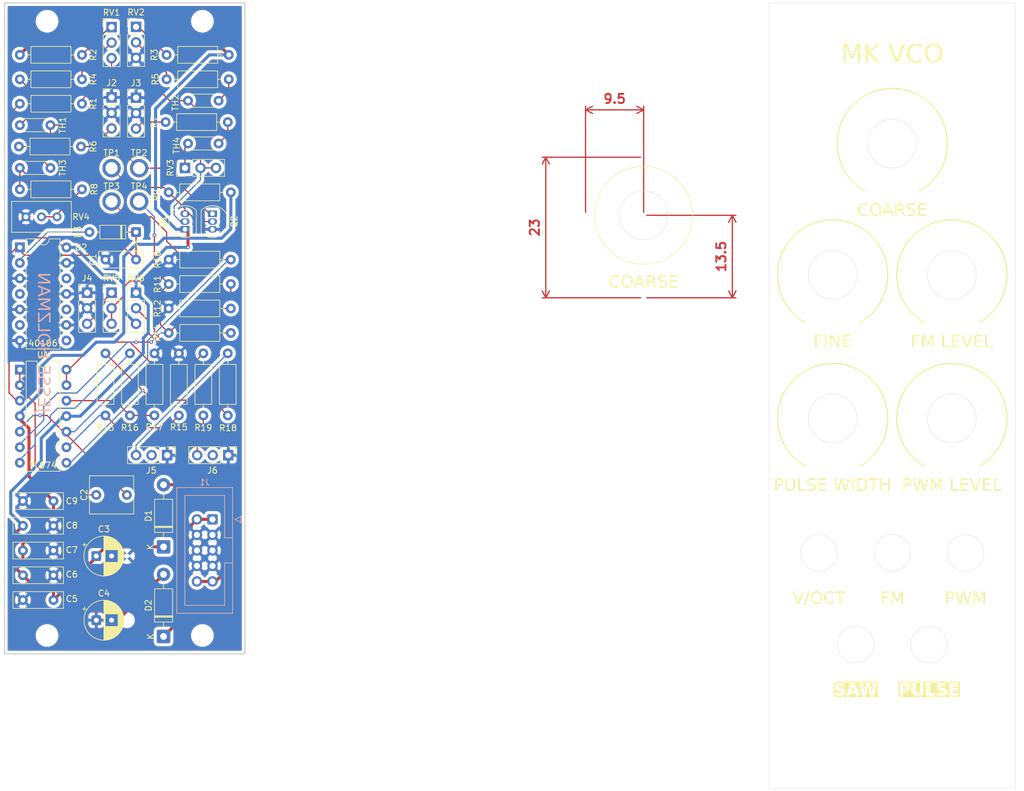
<source format=kicad_pcb>
(kicad_pcb (version 20241229) (generator "pcbnew") (generator_version "9.0")
  (layers (0 "F.Cu" signal) (2 "B.Cu" signal) (13 "F.Paste" user) (15 "B.Paste" user) (5 "F.SilkS" user "F.Silkscreen") (7 "B.SilkS" user "B.Silkscreen") (1 "F.Mask" user) (3 "B.Mask" user) (25 "Edge.Cuts" user))
  (net 0 "")
  (net 1 "GND")
  (net 2 "Net-(D3-K)")
  (net 3 "Net-(U1A--)")
  (net 4 "Net-(U1B-+)")
  (net 5 "+12V")
  (net 6 "-12V")
  (net 7 "Net-(D1-A)")
  (net 8 "Net-(D2-K)")
  (net 9 "Net-(D3-A)")
  (net 10 "Net-(J2-PadT)")
  (net 11 "Net-(J4-PadT)")
  (net 13 "Net-(J5-PadT)")
  (net 14 "Net-(J6-PadT)")
  (net 16 "Net-(Q1-B)")
  (net 17 "Net-(Q1-E)")
  (net 18 "Net-(R1-Pad2)")
  (net 19 "Net-(R2-Pad1)")
  (net 20 "Net-(R3-Pad1)")
  (net 21 "Net-(R4-Pad2)")
  (net 22 "Net-(R4-Pad1)")
  (net 23 "Net-(R5-Pad2)")
  (net 24 "Net-(R5-Pad1)")
  (net 25 "Net-(R6-Pad1)")
  (net 26 "Net-(R7-Pad1)")
  (net 27 "Net-(R8-Pad2)")
  (net 28 "Net-(R11-Pad2)")
  (net 29 "Net-(U1B--)")
  (net 30 "Net-(R13-Pad1)")
  (net 31 "Net-(U1C--)")
  (net 32 "Net-(R14-Pad2)")
  (net 33 "Net-(U1D-+)")
  (net 34 "Net-(R16-Pad2)")
  (net 35 "Net-(U1D--)")
  (net 36 "Net-(RV3-Pad1)")
  (net 42 "Net-(J3-PadT)")
  (footprint "JesseCustom:R_Axial_DIN0207_L6.3mm_D2.5mm_P10.16mm_Horizontal_VALUEINSIDE" (layer "F.Cu") (at 51.84 56)
    (property "Reference" "R9")
    (property "Value" "1M")
  )
  (footprint "JesseCustom:C_Disc_D4.3mm_W1.9mm_P5.00mm_VALUEINSIDE" (layer "F.Cu") (at 32.5 45 180)
    (property "Reference" "TH1")
    (property "Value" "10k")
  )
  (footprint "MountingHole:MountingHole_3.2mm_M3" (layer "F.Cu") (at 31.95 28)
    (property "Reference" "REF**" (hide yes))
    (property "Value" "MountingHole_3.2mm_M3" (hide yes))
  )
  (footprint "JesseCustom:R_Axial_DIN0207_L6.3mm_D2.5mm_P10.16mm_Horizontal_VALUEINSIDE" (layer "F.Cu") (at 37.66 33.5 180)
    (property "Reference" "R2")
    (property "Value" "33k")
  )
  (footprint "Capacitor_THT:C_Rect_L7.0mm_W6.0mm_P5.00mm" (layer "F.Cu") (at 40 105.5)
    (property "Reference" "C2")
    (property "Value" "1uF")
  )
  (footprint "Capacitor_THT:C_Disc_D8.0mm_W2.5mm_P5.00mm" (layer "F.Cu") (at 33 106.5 180)
    (property "Reference" "C9")
    (property "Value" "0.1uF_0603_16V")
  )
  (footprint "JesseCustom:PinHeader_1x03_P2.54mm_Vertical_AudioJack" (layer "F.Cu") (at 38.5 72.42)
    (property "Reference" "J4")
    (property "Value" "PWM CV")
  )
  (footprint "Potentiometer_THT:Potentiometer_Bourns_3296W_Vertical" (layer "F.Cu") (at 33.58 60)
    (property "Reference" "RV4")
    (property "Value" "1k")
  )
  (footprint "JesseCustom:C_Disc_D4.3mm_W1.9mm_P5.00mm_VALUEINSIDE" (layer "F.Cu") (at 27.5 52)
    (property "Reference" "TH3")
    (property "Value" "10k")
  )
  (footprint "JesseCustom:R_Axial_DIN0207_L6.3mm_D2.5mm_P10.16mm_Horizontal_VALUEINSIDE" (layer "F.Cu") (at 45.5 92.5 90)
    (property "Reference" "R16")
    (property "Value" "100k")
  )
  (footprint "JesseCustom:R_Axial_DIN0207_L6.3mm_D2.5mm_P10.16mm_Horizontal_VALUEINSIDE" (layer "F.Cu") (at 61.5 44.5 180)
    (property "Reference" "R7")
    (property "Value" "100k")
  )
  (footprint "Package_TO_SOT_THT:TO-92_Inline" (layer "F.Cu") (at 59 59.5 -90)
    (property "Reference" "Q2")
    (property "Value" "BC548")
  )
  (footprint "Capacitor_THT:C_Rect_L7.0mm_W2.5mm_P5.00mm" (layer "F.Cu") (at 46.5 67 180)
    (property "Reference" "C1")
    (property "Value" "2.2nF")
  )
  (footprint "MountingHole:MountingHole_3.2mm_M3" (layer "F.Cu") (at 57.35 28)
    (property "Reference" "REF**" (hide yes))
    (property "Value" "MountingHole_3.2mm_M3" (hide yes))
  )
  (footprint "TestPoint:TestPoint_Plated_Hole_D2.0mm" (layer "F.Cu") (at 47 52.04)
    (property "Reference" "TP2")
    (property "Value" "TestPoint" (hide yes))
  )
  (footprint "Capacitor_THT:C_Disc_D8.0mm_W2.5mm_P5.00mm" (layer "F.Cu") (at 33 114.6 180)
    (property "Reference" "C7")
    (property "Value" "0.1uF_0603_16V")
  )
  (footprint "JesseCustom:R_Axial_DIN0207_L6.3mm_D2.5mm_P10.16mm_Horizontal_VALUEINSIDE" (layer "F.Cu") (at 51.84 71)
    (property "Reference" "R11")
    (property "Value" "68K")
  )
  (footprint "Capacitor_THT:CP_Radial_D6.3mm_P2.50mm" (layer "F.Cu") (at 40 115.5)
    (property "Reference" "C3")
    (property "Value" "47uF_5x5.3_16V")
  )
  (footprint "JesseCustom:R_Axial_DIN0207_L6.3mm_D2.5mm_P10.16mm_Horizontal_VALUEINSIDE" (layer "F.Cu") (at 51.84 79)
    (property "Reference" "R14")
    (property "Value" "100k")
  )
  (footprint "MountingHole:MountingHole_3.2mm_M3" (layer "F.Cu") (at 182.85 139.5)
    (property "Reference" "REF**" (hide yes))
    (property "Value" "MountingHole_3.2mm_M3" (hide yes))
  )
  (footprint "Connector_PinHeader_2.54mm:PinHeader_1x03_P2.54mm_Vertical" (layer "F.Cu") (at 42.5 72.42)
    (property "Reference" "RV5")
    (property "Value" "B250K")
  )
  (footprint "TestPoint:TestPoint_Plated_Hole_D2.0mm" (layer "F.Cu") (at 47 57.5)
    (property "Reference" "TP4")
    (property "Value" "TestPoint" (hide yes))
  )
  (footprint "JesseCustom:PinHeader_1x03_P2.54mm_Vertical_AudioJack" (layer "F.Cu") (at 61.58 99 -90)
    (property "Reference" "J6")
    (property "Value" "PULSE OUT")
  )
  (footprint "JesseCustom:R_Axial_DIN0207_L6.3mm_D2.5mm_P10.16mm_Horizontal_VALUEINSIDE" (layer "F.Cu") (at 41.5 82.34 -90)
    (property "Reference" "R13")
    (property "Value" "100k")
  )
  (footprint "MountingHole:MountingHole_3.2mm_M3" (layer "F.Cu") (at 182.85 150.5)
    (property "Reference" "REF**" (hide yes))
    (property "Value" "MountingHole_3.2mm_M3" (hide yes))
  )
  (footprint "JesseCustom:PinHeader_1x03_P2.54mm_Vertical_AudioJack" (layer "F.Cu") (at 42.5 40.46)
    (property "Reference" "J2")
    (property "Value" "1V/OCT")
  )
  (footprint "MountingHole:MountingHole_3.2mm_M3" (layer "F.Cu") (at 57.35 128.5)
    (property "Reference" "REF**" (hide yes))
    (property "Value" "MountingHole_3.2mm_M3" (hide yes))
  )
  (footprint "JesseCustom:R_Axial_DIN0207_L6.3mm_D2.5mm_P10.16mm_Horizontal_VALUEINSIDE" (layer "F.Cu") (at 49.5 82.34 -90)
    (property "Reference" "R17")
    (property "Value" "68k")
  )
  (footprint "PCM_4ms_Package_DIP:DIP-14_W7.62mm" (layer "F.Cu") (at 27.5 85.05)
    (property "Reference" "U1")
    (property "Value" "TL074")
  )
  (footprint "Connector_PinHeader_2.54mm:PinHeader_1x03_P2.54mm_Vertical" (layer "F.Cu") (at 46.5 72.42)
    (property "Reference" "RV6")
    (property "Value" "B100K")
  )
  (footprint "Diode_THT:D_DO-35_SOD27_P7.62mm_Horizontal" (layer "F.Cu") (at 46.5 62.5 180)
    (property "Reference" "D3")
    (property "Value" "1N4148")
  )
  (footprint "JesseCustom:R_Axial_DIN0207_L6.3mm_D2.5mm_P10.16mm_Horizontal_VALUEINSIDE" (layer "F.Cu") (at 51.5 33.5)
    (property "Reference" "R3")
    (property "Value" "100k")
  )
  (footprint "JesseCustom:R_Axial_DIN0207_L6.3mm_D2.5mm_P10.16mm_Horizontal_VALUEINSIDE" (layer "F.Cu") (at 53.5 82.34 -90)
    (property "Reference" "R15")
    (property "Value" "47K")
  )
  (footprint "JesseCustom:C_Disc_D4.3mm_W1.9mm_P5.00mm_VALUEINSIDE" (layer "F.Cu") (at 55 48)
    (property "Reference" "TH4")
    (property "Value" "10k")
  )
  (footprint "TestPoint:TestPoint_Plated_Hole_D2.0mm" (layer "F.Cu") (at 42.5 57.5)
    (property "Reference" "TP3")
    (property "Value" "TestPoint" (hide yes))
  )
  (footprint "Connector_PinHeader_2.54mm:PinHeader_1x03_P2.54mm_Vertical" (layer "F.Cu") (at 54.5 52 90)
    (property "Reference" "RV3")
    (property "Value" "B1M")
  )
  (footprint "Package_TO_SOT_THT:TO-92_Inline" (layer "F.Cu") (at 54.5 62.04 90)
    (property "Reference" "Q1")
    (property "Value" "BC558")
  )
  (footprint "JesseCustom:R_Axial_DIN0207_L6.3mm_D2.5mm_P10.16mm_Horizontal_VALUEINSIDE" (layer "F.Cu") (at 27.34 48.5)
    (property "Reference" "R6")
    (property "Value" "100k")
  )
  (footprint "Diode_THT:D_DO-41_SOD81_P10.16mm_Horizontal" (layer "F.Cu") (at 51 128.66 90)
    (property "Reference" "D2")
    (property "Value" "1N5819")
  )
  (footprint "TestPoint:TestPoint_Plated_Hole_D2.0mm" (layer "F.Cu") (at 42.5 52.04)
    (property "Reference" "TP1")
    (property "Value" "TestPoint" (hide yes))
  )
  (footprint "Capacitor_THT:C_Disc_D8.0mm_W2.5mm_P5.00mm" (layer "F.Cu") (at 33 110.55 180)
    (property "Reference" "C8")
    (property "Value" "0.1uF_0603_16V")
  )
  (footprint "Capacitor_THT:CP_Radial_D6.3mm_P2.50mm" (layer "F.Cu") (at 40 126)
    (property "Reference" "C4")
    (property "Value" "47uF_5x5.3_16V")
  )
  (footprint "JesseCustom:R_Axial_DIN0207_L6.3mm_D2.5mm_P10.16mm_Horizontal_VALUEINSIDE" (layer "F.Cu") (at 27.5 41.5)
    (property "Reference" "R1")
    (property "Value" "100k")
  )
  (footprint "JesseCustom:C_Disc_D4.3mm_W1.9mm_P5.00mm_VALUEINSIDE" (layer "F.Cu") (at 55 41)
    (property "Reference" "TH2")
    (property "Value" "10k")
  )
  (footprint "Connector_PinHeader_2.54mm:PinHeader_1x03_P2.54mm_Vertical" (layer "F.Cu") (at 42.5 28.96)
    (property "Reference" "RV1")
    (property "Value" "B100K")
  )
  (footprint "JesseCustom:PinHeader_1x03_P2.54mm_Vertical_AudioJack" (layer "F.Cu") (at 46.5 40.5)
    (property "Reference" "J3")
    (property "Value" "FM CV")
  )
  (footprint "JesseCustom:R_Axial_DIN0207_L6.3mm_D2.5mm_P10.16mm_Horizontal_VALUEINSIDE" (layer "F.Cu") (at 61.66 37.5 180)
    (property "Reference" "R5")
    (property "Value" "1M")
  )
  (footprint "MountingHole:MountingHole_3.2mm_M3" (layer "F.Cu") (at 157.45 150.5)
    (property "Reference" "REF**" (hide yes))
    (property "Value" "MountingHole_3.2mm_M3" (hide yes))
  )
  (footprint "Capacitor_THT:C_Disc_D8.0mm_W2.5mm_P5.00mm" (layer "F.Cu") (at 33 118.65 180)
    (property "Reference" "C6")
    (property "Value" "0.1uF_0603_16V")
  )
  (footprint "JesseCustom:R_Axial_DIN0207_L6.3mm_D2.5mm_P10.16mm_Horizontal_VALUEINSIDE" (layer "F.Cu") (at 51.84 67)
    (property "Reference" "R10")
    (property "Value" "100k")
  )
  (footprint "JesseCustom:PinHeader_1x03_P2.54mm_Vertical_AudioJack" (layer "F.Cu") (at 51.58 99 -90)
    (property "Reference" "J5")
    (property "Value" "SAW OUT")
  )
  (footprint "MountingHole:MountingHole_3.2mm_M3" (layer "F.Cu") (at 31.95 128.5)
    (property "Reference" "REF**" (hide yes))
    (property "Value" "MountingHole_3.2mm_M3" (hide yes))
  )
  (footprint "MountingHole:MountingHole_3.2mm_M3" (layer "F.Cu") (at 157.45 28)
    (property "Reference" "REF**" (hide yes))
    (property "Value" "MountingHole_3.2mm_M3" (hide yes))
  )
  (footprint "JesseCustom:R_Axial_DIN0207_L6.3mm_D2.5mm_P10.16mm_Horizontal_VALUEINSIDE" (layer "F.Cu") (at 51.84 75)
    (property "Reference" "R12")
    (property "Value" "14k")
  )
  (footprint "MountingHole:MountingHole_3.2mm_M3" (layer "F.Cu") (at 157.45 139.5)
    (property "Reference" "REF**" (hide yes))
    (property "Value" "MountingHole_3.2mm_M3" (hide yes))
  )
  (footprint "JesseCustom:R_Axial_DIN0207_L6.3mm_D2.5mm_P10.16mm_Horizontal_VALUEINSIDE" (layer "F.Cu") (at 27.5 37.5)
    (property "Reference" "R4")
    (property "Value" "100k")
  )
  (footprint "MountingHole:MountingHole_3.2mm_M3" (layer "F.Cu") (at 157.45 39)
    (property "Reference" "REF**" (hide yes))
    (property "Value" "MountingHole_3.2mm_M3" (hide yes))
  )
  (footprint "JesseCustom:R_Axial_DIN0207_L6.3mm_D2.5mm_P10.16mm_Horizontal_VALUEINSIDE" (layer "F.Cu") (at 57.5 92.5 90)
    (property "Reference" "R19")
    (property "Value" "1k")
  )
  (footprint "Capacitor_THT:C_Disc_D8.0mm_W2.5mm_P5.00mm" (layer "F.Cu") (at 33 122.7 180)
    (property "Reference" "C5")
    (property "Value" "0.1uF_0603_16V")
  )
  (footprint "Diode_THT:D_DO-41_SOD81_P10.16mm_Horizontal" (layer "F.Cu") (at 51 114 90)
    (property "Reference" "D1")
    (property "Value" "1N5819")
  )
  (footprint "PCM_4ms_Package_DIP:DIP-14_W7.62mm" (layer "F.Cu") (at 27.5 65.05)
    (property "Reference" "U2")
    (property "Value" "40106")
  )
  (footprint "JesseCustom:R_Axial_DIN0207_L6.3mm_D2.5mm_P10.16mm_Horizontal_VALUEINSIDE" (layer "F.Cu") (at 61.5 82.34 -90)
    (property "Reference" "R18")
    (property "Value" "1k")
  )
  (footprint "MountingHole:MountingHole_3.2mm_M3" (layer "F.Cu") (at 182.85 28)
    (property "Reference" "REF**" (hide yes))
    (property "Value" "MountingHole_3.2mm_M3" (hide yes))
  )
  (footprint "Connector_PinHeader_2.54mm:PinHeader_1x03_P2.54mm_Vertical" (layer "F.Cu") (at 46.5 28.92)
    (property "Reference" "RV2")
    (property "Value" "B100K")
  )
  (footprint "MountingHole:MountingHole_3.2mm_M3" (layer "F.Cu") (at 182.85 39)
    (property "Reference" "REF**" (hide yes))
    (property "Value" "MountingHole_3.2mm_M3" (hide yes))
  )
  (footprint "JesseCustom:R_Axial_DIN0207_L6.3mm_D2.5mm_P10.16mm_Horizontal_VALUEINSIDE" (layer "F.Cu") (at 27.5 55.5)
    (property "Reference" "R8")
    (property "Value" "1k5")
  )
  (footprint "Connector_IDC:IDC-Header_2x05_P2.54mm_Vertical" (layer "B.Cu") (at 59 109.5 180)
    (property "Reference" "J1")
    (property "Value" "Conn_02x05_Odd_Even" (hide yes))
  )
  (gr_arc (start 175.4 77.29422) (mid 179.899996 60.500007) (end 184.400006 77.294216) (stroke (width 0.2)) (layer "F.SilkS"))
  (gr_arc (start 175.4 100.79422) (mid 179.899996 84.000007) (end 184.400006 100.794216) (stroke (width 0.2)) (layer "F.SilkS"))
  (gr_arc (start 165.65 55.79422) (mid 170.149996 39.000007) (end 174.650006 55.794216) (stroke (width 0.2)) (layer "F.SilkS"))
  (gr_arc (start 155.9 100.79422) (mid 160.399996 84.000007) (end 164.900006 100.794216) (stroke (width 0.2)) (layer "F.SilkS"))
  (gr_circle (center 129.5 59.75) (end 137.5 59.75) (stroke (width 0.1)) (fill no) (layer "F.SilkS"))
  (gr_arc (start 155.9 77.29422) (mid 160.399996 60.500007) (end 164.900006 77.294216) (stroke (width 0.2)) (layer "F.SilkS"))
  (gr_circle (center 170.15 48) (end 174.15 48) (stroke (width 0.05)) (fill no) (layer "Edge.Cuts"))
  (gr_circle (center 129.5 59.75) (end 133.5 59.75) (stroke (width 0.05)) (fill no) (layer "Edge.Cuts"))
  (gr_circle (center 164.163167 130) (end 167.163167 130) (stroke (width 0.05)) (fill no) (layer "Edge.Cuts"))
  (gr_circle (center 182.15 115) (end 185.15 115) (stroke (width 0.05)) (fill no) (layer "Edge.Cuts"))
  (gr_rect (start 150 25) (end 190.3 153.5) (stroke (width 0.05)) (fill no) (layer "Edge.Cuts"))
  (gr_circle (center 179.9 69.5) (end 183.9 69.5) (stroke (width 0.05)) (fill no) (layer "Edge.Cuts"))
  (gr_circle (center 160.4 93) (end 164.4 93) (stroke (width 0.05)) (fill no) (layer "Edge.Cuts"))
  (gr_circle (center 179.9 93) (end 183.9 93) (stroke (width 0.05)) (fill no) (layer "Edge.Cuts"))
  (gr_circle (center 176.163167 130) (end 179.163167 130) (stroke (width 0.05)) (fill no) (layer "Edge.Cuts"))
  (gr_circle (center 170.163167 115) (end 173.163167 115) (stroke (width 0.05)) (fill no) (layer "Edge.Cuts"))
  (gr_circle (center 160.4 69.5) (end 164.4 69.5) (stroke (width 0.05)) (fill no) (layer "Edge.Cuts"))
  (gr_rect (start 25 25) (end 64.3 131.5) (stroke (width 0.2)) (fill no) (layer "Edge.Cuts"))
  (gr_circle (center 158.15 115) (end 161.15 115) (stroke (width 0.05)) (fill no) (layer "Edge.Cuts"))
  (gr_text "PULSE" (at 176.163167 137.5 0) (layer "F.SilkS" knockout) (effects (font (size 2 2) (thickness 0.4) (bold yes))))
  (gr_text "SAW" (at 164.163167 137.5 0) (layer "F.SilkS" knockout) (effects (font (size 2 2) (thickness 0.4) (bold yes))))
  (gr_text "PWM LEVEL" (at 179.886833 104 0) (layer "F.SilkS") (effects (font (size 2 2) (thickness 0.25))))
  (gr_text "PULSE WIDTH" (at 160.4 104 0) (layer "F.SilkS") (effects (font (size 2 2) (thickness 0.25))))
  (gr_text "PWM" (at 182.15 122.5 0) (layer "F.SilkS") (effects (font (size 2 2) (thickness 0.25))))
  (gr_text "FINE" (at 160.386833 80.5 0) (layer "F.SilkS") (effects (font (size 2 2) (thickness 0.25))))
  (gr_text "MK VCO" (at 170.15 33.5 0) (layer "F.SilkS") (effects (font (size 3 3))))
  (gr_text "COARSE" (at 170.136833 59 0) (layer "F.SilkS") (effects (font (size 2 2) (thickness 0.25))))
  (gr_text "FM LEVEL" (at 179.886833 80.5 0) (layer "F.SilkS") (effects (font (size 2 2) (thickness 0.25))))
  (gr_text "FM" (at 170.163167 122.5 0) (layer "F.SilkS") (effects (font (size 2 2) (thickness 0.25))))
  (gr_text "COARSE" (at 129.486833 70.75 0) (layer "F.SilkS") (effects (font (size 2 2))))
  (gr_text "V/OCT" (at 158.15 122.5 0) (layer "F.SilkS") (effects (font (size 2 2) (thickness 0.25))))
  (gr_text "JESSE HOLZMAN" (at 31.302613 80.579719 270) (layer "B.SilkS") (effects (font (size 2 2) (thickness 0.1)) (justify mirror)))
  (dimension (type orthogonal) (layer "F.Cu") (pts (xy 129.5 59.75) (xy 120 59.75)) (height -17.25) (orientation 0) (format (prefix "") (suffix "") (units 3) (units_format 0) (precision 4) (suppress_zeroes yes)) (style (thickness 0.2) (arrow_length 1.27) (text_position_mode 0) (arrow_direction outward) (extension_height 0.58642) (extension_offset 0.5) (keep_text_aligned yes)) (gr_text "9.5" (at 124.75 40.7 0) (layer "F.Cu") (effects (font (size 1.5 1.5) (thickness 0.3)))))
  (dimension (type orthogonal) (layer "F.Cu") (pts (xy 129.5 59.75) (xy 129.5 73.25)) (height 14.5) (orientation 1) (format (prefix "") (suffix "") (units 3) (units_format 0) (precision 4) (suppress_zeroes yes)) (style (thickness 0.2) (arrow_length 1.27) (text_position_mode 0) (arrow_direction outward) (extension_height 0.58642) (extension_offset 0.5) (keep_text_aligned yes)) (gr_text "13.5" (at 142.2 66.5 90) (layer "F.Cu") (effects (font (size 1.5 1.5) (thickness 0.3)))))
  (dimension (type orthogonal) (layer "F.Cu") (pts (xy 129.5 50.25) (xy 129.5 73.25)) (height -16) (orientation 1) (format (prefix "") (suffix "") (units 3) (units_format 0) (precision 4) (suppress_zeroes yes)) (style (thickness 0.2) (arrow_length 1.27) (text_position_mode 0) (arrow_direction outward) (extension_height 0.58642) (extension_offset 0.5) (keep_text_aligned yes)) (gr_text "23" (at 111.7 61.75 90) (layer "F.Cu") (effects (font (size 1.5 1.5) (thickness 0.3)))))
  (segment (start 27.5 90.08) (end 27 90.08) (width 0.2) (layer "F.Cu") (net 2))
  (segment (start 40.5 64.5) (end 44 64.5) (width 0.2) (layer "F.Cu") (net 2))
  (segment (start 27.5 65.5) (end 28.289211 66.289211) (width 0.2) (layer "F.Cu") (net 2))
  (segment (start 25.733362 88.813362) (end 25.733362 66.266638) (width 0.2) (layer "F.Cu") (net 2))
  (segment (start 39.5 50.5) (end 41 49) (width 0.2) (layer "F.Cu") (net 2))
  (segment (start 47 52.04) (end 51.04 52.04) (width 0.2) (layer "F.Cu") (net 2))
  (segment (start 39.5 58.5) (end 39.5 50.5) (width 0.2) (layer "F.Cu") (net 2))
  (segment (start 58.5 59.5) (end 59 59.5) (width 0.2) (layer "F.Cu") (net 2))
  (segment (start 28.289211 66.289211) (end 38.710789 66.289211) (width 0.2) (layer "F.Cu") (net 2))
  (segment (start 43.5 62.5) (end 39.5 58.5) (width 0.2) (layer "F.Cu") (net 2))
  (segment (start 51.04 52.04) (end 58.5 59.5) (width 0.2) (layer "F.Cu") (net 2))
  (segment (start 27 65) (end 27.5 65) (width 0.2) (layer "F.Cu") (net 2))
  (segment (start 41 49) (end 43.96 49) (width 0.2) (layer "F.Cu") (net 2))
  (segment (start 43.96 49) (end 47 52.04) (width 0.2) (layer "F.Cu") (net 2))
  (segment (start 46.5 67) (end 46.5 62.5) (width 0.2) (layer "F.Cu") (net 2))
  (segment (start 27 90.08) (end 25.733362 88.813362) (width 0.2) (layer "F.Cu") (net 2))
  (segment (start 27.5 65) (end 27.5 65.5) (width 0.2) (layer "F.Cu") (net 2))
  (segment (start 38.710789 66.289211) (end 40.5 64.5) (width 0.2) (layer "F.Cu") (net 2))
  (segment (start 44 64.5) (end 46.5 67) (width 0.2) (layer "F.Cu") (net 2))
  (segment (start 46.5 62.5) (end 43.5 62.5) (width 0.2) (layer "F.Cu") (net 2))
  (segment (start 25.733362 66.266638) (end 27 65) (width 0.2) (layer "F.Cu") (net 2))
  (segment (start 35 105.5) (end 30 100.5) (width 0.2) (layer "F.Cu") (net 3))
  (segment (start 27.5 88.04) (end 27.5 87.54) (width 0.2) (layer "F.Cu") (net 3))
  (segment (start 40 105.5) (end 35 105.5) (width 0.2) (layer "F.Cu") (net 3))
  (segment (start 30 90.54) (end 27.5 88.04) (width 0.2) (layer "F.Cu") (net 3))
  (segment (start 27.5 85) (end 27.5 87.54) (width 0.2) (layer "F.Cu") (net 3))
  (segment (start 30 100.5) (end 30 90.54) (width 0.2) (layer "F.Cu") (net 3))
  (segment (start 31.96 92.5) (end 34.62 95.16) (width 0.2) (layer "F.Cu") (net 4))
  (segment (start 42.5 57.5) (end 45 60) (width 0.2) (layer "F.Cu") (net 4))
  (segment (start 30.801 92.5) (end 31.96 92.5) (width 0.2) (layer "F.Cu") (net 4))
  (segment (start 54.5 67) (end 62 67) (width 0.2) (layer "F.Cu") (net 4))
  (segment (start 49 60) (end 51.5 62.5) (width 0.2) (layer "F.Cu") (net 4))
  (segment (start 51.5 62.5) (end 51.5 64) (width 0.2) (layer "F.Cu") (net 4))
  (segment (start 34.62 95.16) (end 35.12 95.16) (width 0.2) (layer "F.Cu") (net 4))
  (segment (start 45 60) (end 49 60) (width 0.2) (layer "F.Cu") (net 4))
  (segment (start 45 105.5) (end 35.12 95.62) (width 0.2) (layer "F.Cu") (net 4))
  (segment (start 35.12 95.62) (end 35.12 95.16) (width 0.2) (layer "F.Cu") (net 4))
  (segment (start 51.5 64) (end 54.5 67) (width 0.2) (layer "F.Cu") (net 4))
  (via (at 30.801 92.5) (size 0.6) (drill 0.3) (layers "F.Cu" "B.Cu") (net 4))
  (segment (start 61.650057 67) (end 62 67) (width 0.2) (layer "B.Cu") (net 4))
  (segment (start 27.5 94.66) (end 27.5 95.16) (width 0.2) (layer "B.Cu") (net 4))
  (segment (start 30.801 92.5) (end 29.66 92.5) (width 0.2) (layer "B.Cu") (net 4))
  (segment (start 48.399 83.1681) (end 48.399 80.251057) (width 0.2) (layer "B.Cu") (net 4))
  (segment (start 35.12 95.16) (end 36.4071 95.16) (width 0.2) (layer "B.Cu") (net 4))
  (segment (start 29.66 92.5) (end 27.5 94.66) (width 0.2) (layer "B.Cu") (net 4))
  (segment (start 36.4071 95.16) (end 48.399 83.1681) (width 0.2) (layer "B.Cu") (net 4))
  (segment (start 48.399 80.251057) (end 61.650057 67) (width 0.2) (layer "B.Cu") (net 4))
  (segment (start 33.06 63.44) (end 34.62 65) (width 0.2) (layer "F.Cu") (net 5))
  (segment (start 25.838 60.338) (end 28.94 63.44) (width 0.2) (layer "F.Cu") (net 5))
  (segment (start 27.5 92.62) (end 27.5 93.12) (width 0.5) (layer "F.Cu") (net 5))
  (segment (start 33 108.46863) (end 33 106.5) (width 0.5) (layer "F.Cu") (net 5))
  (segment (start 34.62 65) (end 35.12 65) (width 0.2) (layer "F.Cu") (net 5))
  (segment (start 29 102.5) (end 33 106.5) (width 0.5) (layer "F.Cu") (net 5))
  (segment (start 51 114) (end 41.5 114) (width 0.5) (layer "F.Cu") (net 5))
  (segment (start 28 116.365685) (end 33 121.365685) (width 0.5) (layer "F.Cu") (net 5))
  (segment (start 27.5 41.5) (end 25.838 43.162) (width 0.2) (layer "F.Cu") (net 5))
  (segment (start 40 115.7) (end 40 115.5) (width 0.5) (layer "F.Cu") (net 5))
  (segment (start 25.838 43.162) (end 25.838 60.338) (width 0.2) (layer "F.Cu") (net 5))
  (segment (start 28 114.6) (end 28 116.365685) (width 0.5) (layer "F.Cu") (net 5))
  (segment (start 28 113.46863) (end 33 108.46863) (width 0.5) (layer "F.Cu") (net 5))
  (segment (start 33 122.7) (end 40 115.7) (width 0.5) (layer "F.Cu") (net 5))
  (segment (start 29 94.62) (end 29 102.5) (width 0.5) (layer "F.Cu") (net 5))
  (segment (start 28 114.6) (end 28 113.46863) (width 0.5) (layer "F.Cu") (net 5))
  (segment (start 28.94 63.44) (end 33.06 63.44) (width 0.2) (layer "F.Cu") (net 5))
  (segment (start 41.5 114) (end 40 115.5) (width 0.5) (layer "F.Cu") (net 5))
  (segment (start 33 121.365685) (end 33 122.7) (width 0.5) (layer "F.Cu") (net 5))
  (segment (start 27.5 93.12) (end 29 94.62) (width 0.5) (layer "F.Cu") (net 5))
  (segment (start 27.5 92.62) (end 27.5 92.12) (width 0.5) (layer "B.Cu") (net 5))
  (segment (start 44.5 71) (end 44.5 71.5) (width 0.5) (layer "B.Cu") (net 5))
  (segment (start 60.5 63.5) (end 62 62) (width 0.5) (layer "B.Cu") (net 5))
  (segment (start 32.832785 82.667215) (end 37.830144 82.667215) (width 0.5) (layer "B.Cu") (net 5))
  (segment (start 44.5 71.5) (end 44.5 75.5) (width 0.5) (layer "B.Cu") (net 5))
  (segment (start 41.06 69.5) (end 43 69.5) (width 0.5) (layer "B.Cu") (net 5))
  (segment (start 50.062075 64.5) (end 51.062075 63.5) (width 0.5) (layer "B.Cu") (net 5))
  (segment (start 44.5 79) (end 44.5 75.5) (width 0.5) (layer "B.Cu") (net 5))
  (segment (start 35.12 65) (end 36.56 65) (width 0.5) (layer "B.Cu") (net 5))
  (segment (start 27.5 92.12) (end 31 88.62) (width 0.5) (layer "B.Cu") (net 5))
  (segment (start 31 84.5) (end 32.832785 82.667215) (width 0.5) (layer "B.Cu") (net 5))
  (segment (start 39.997359 80.5) (end 43 80.5) (width 0.5) (layer "B.Cu") (net 5))
  (segment (start 44.5 66.5) (end 46.5 64.5) (width 0.5) (layer "B.Cu") (net 5))
  (segment (start 46.5 64.5) (end 50.062075 64.5) (width 0.5) (layer "B.Cu") (net 5))
  (segment (start 31 88.62) (end 31 84.5) (width 0.5) (layer "B.Cu") (net 5))
  (segment (start 44.5 71) (end 44.5 66.5) (width 0.5) (layer "B.Cu") (net 5))
  (segment (start 62 62) (end 62 56) (width 0.5) (layer "B.Cu") (net 5))
  (segment (start 43 80.5) (end 44.5 79) (width 0.5) (layer "B.Cu") (net 5))
  (segment (start 51.062075 63.5) (end 60.5 63.5) (width 0.5) (layer "B.Cu") (net 5))
  (segment (start 36.56 65) (end 41.06 69.5) (width 0.5) (layer "B.Cu") (net 5))
  (segment (start 43 69.5) (end 44.5 71) (width 0.5) (layer "B.Cu") (net 5))
  (segment (start 44.5 75.5) (end 46.5 77.5) (width 0.5) (layer "B.Cu") (net 5))
  (segment (start 37.830144 82.667215) (end 39.997359 80.5) (width 0.5) (layer "B.Cu") (net 5))
  (segment (start 43.5 126) (end 42.5 126) (width 0.5) (layer "F.Cu") (net 6))
  (segment (start 55 65) (end 55 62.54) (width 0.5) (layer "F.Cu") (net 6))
  (segment (start 27.5 33.5) (end 29 32) (width 0.5) (layer "F.Cu") (net 6))
  (segment (start 26 112.55) (end 28 110.55) (width 0.5) (layer "F.Cu") (net 6))
  (segment (start 30 120.65) (end 28 118.65) (width 0.5) (layer "F.Cu") (net 6))
  (segment (start 28 118.65) (end 28 119.25705) (width 0.2) (layer "F.Cu") (net 6))
  (segment (start 29 32) (end 36 32) (width 0.5) (layer "F.Cu") (net 6))
  (segment (start 30 122.5) (end 30 120.65) (width 0.5) (layer "F.Cu") (net 6))
  (segment (start 41 124.5) (end 42.5 126) (width 0.5) (layer "F.Cu") (net 6))
  (segment (start 48 26.5) (end 53.5 32) (width 0.5) (layer "F.Cu") (net 6))
  (segment (start 36 32) (end 41.5 26.5) (width 0.5) (layer "F.Cu") (net 6))
  (segment (start 60.16 32) (end 61.66 33.5) (width 0.5) (layer "F.Cu") (net 6))
  (segment (start 32 124.5) (end 41 124.5) (width 0.5) (layer "F.Cu") (net 6))
  (segment (start 53.5 32) (end 60.16 32) (width 0.5) (layer "F.Cu") (net 6))
  (segment (start 28 118.65) (end 26 116.65) (width 0.5) (layer "F.Cu") (net 6))
  (segment (start 55 62.54) (end 54.5 62.04) (width 0.5) (layer "F.Cu") (net 6))
  (segment (start 51 118.5) (end 43.5 126) (width 0.5) (layer "F.Cu") (net 6))
  (segment (start 26 116.65) (end 26 112.55) (width 0.5) (layer "F.Cu") (net 6))
  (segment (start 41.5 26.5) (end 48 26.5) (width 0.5) (layer "F.Cu") (net 6))
  (segment (start 32 124.5) (end 30 122.5) (width 0.5) (layer "F.Cu") (net 6))
  (via (at 55 65) (size 0.6) (drill 0.3) (layers "F.Cu" "B.Cu") (net 6))
  (segment (start 37.38 92.62) (end 35.12 92.62) (width 0.5) (layer "B.Cu") (net 6))
  (segment (start 47.696936 82.303064) (end 37.38 92.62) (width 0.5) (layer "B.Cu") (net 6))
  (segment (start 49.692941 42.307059) (end 49.692941 58.692941) (width 0.5) (layer "B.Cu") (net 6))
  (segment (start 55 65) (end 51.5 65) (width 0.5) (layer "B.Cu") (net 6))
  (segment (start 47.696936 79.803064) (end 47.696936 82.303064) (width 0.5) (layer "B.Cu") (net 6))
  (segment (start 53.04 62.04) (end 54.5 62.04) (width 0.5) (layer "B.Cu") (net 6))
  (segment (start 26 108.5) (end 28 110.55) (width 0.5) (layer "B.Cu") (net 6))
  (segment (start 31 96.24) (end 31 100) (width 0.5) (layer "B.Cu") (net 6))
  (segment (start 49.692941 58.692941) (end 53.04 62.04) (width 0.5) (layer "B.Cu") (net 6))
  (segment (start 35.12 92.62) (end 34.62 92.62) (width 0.5) (layer "B.Cu") (net 6))
  (segment (start 54.5 62.04) (end 54.944 61.596) (width 0.2) (layer "B.Cu") (net 6))
  (segment (start 46.5 70) (end 46.5 72.42) (width 0.5) (layer "B.Cu") (net 6))
  (segment (start 46.5 72.42) (end 48.5 74.42) (width 0.5) (layer "B.Cu") (net 6))
  (segment (start 34.62 92.62) (end 31 96.24) (width 0.5) (layer "B.Cu") (net 6))
  (segment (start 61.66 33.5) (end 58.5 33.5) (width 0.5) (layer "B.Cu") (net 6))
  (segment (start 48.5 79) (end 47.696936 79.803064) (width 0.5) (layer "B.Cu") (net 6))
  (segment (start 48.5 74.42) (end 48.5 79) (width 0.5) (layer "B.Cu") (net 6))
  (segment (start 31 100) (end 26 105) (width 0.5) (layer "B.Cu") (net 6))
  (segment (start 51.5 65) (end 46.5 70) (width 0.5) (layer "B.Cu") (net 6))
  (segment (start 58.5 33.5) (end 49.692941 42.307059) (width 0.5) (layer "B.Cu") (net 6))
  (segment (start 26 105) (end 26 108.5) (width 0.5) (layer "B.Cu") (net 6))
  (segment (start 62 117.16) (end 59.5 119.66) (width 0.5) (layer "F.Cu") (net 7))
  (segment (start 59.5 119.66) (end 59 119.66) (width 0.5) (layer "F.Cu") (net 7))
  (segment (start 59 119.66) (end 56.46 119.66) (width 0.5) (layer "F.Cu") (net 7))
  (segment (start 51 103.84) (end 57.84 103.84) (width 0.5) (layer "F.Cu") (net 7))
  (segment (start 57.84 103.84) (end 62 108) (width 0.5) (layer "F.Cu") (net 7))
  (segment (start 62 108) (end 62 117.16) (width 0.5) (layer "F.Cu") (net 7))
  (segment (start 56.46 109.52) (end 56.46 109.5) (width 0.5) (layer "F.Cu") (net 8))
  (segment (start 54 125.66) (end 54 111.98) (width 0.5) (layer "F.Cu") (net 8))
  (segment (start 54 111.98) (end 56.46 109.52) (width 0.5) (layer "F.Cu") (net 8))
  (segment (start 59 109.5) (end 56.46 109.5) (width 0.5) (layer "F.Cu") (net 8))
  (segment (start 51 128.66) (end 54 125.66) (width 0.5) (layer "F.Cu") (net 8))
  (segment (start 27.5 67.54) (end 27.5 67.04) (width 0.2) (layer "B.Cu") (net 9))
  (segment (start 32.04 62.5) (end 38.88 62.5) (width 0.2) (layer "B.Cu") (net 9))
  (segment (start 27.5 67.04) (end 32.04 62.5) (width 0.2) (layer "B.Cu") (net 9))
  (segment (start 39.54 48.5) (end 42.5 45.54) (width 0.2) (layer "F.Cu") (net 10))
  (segment (start 37.5 48.5) (end 39.54 48.5) (width 0.2) (layer "F.Cu") (net 10))
  (segment (start 40.5 75.5) (end 40.5 74.42) (width 0.2) (layer "F.Cu") (net 11))
  (segment (start 38.5 77.5) (end 40.5 75.5) (width 0.2) (layer "F.Cu") (net 11))
  (segment (start 40.5 74.42) (end 42.5 72.42) (width 0.2) (layer "F.Cu") (net 11))
  (segment (start 46.5 99) (end 46.5 97.34) (width 0.2) (layer "B.Cu") (net 13))
  (segment (start 46.5 97.34) (end 61.5 82.34) (width 0.2) (layer "B.Cu") (net 13))
  (segment (start 57.5 92.5) (end 57.5 95) (width 0.2) (layer "F.Cu") (net 14))
  (segment (start 56.5 96) (end 56.5 99) (width 0.2) (layer "F.Cu") (net 14))
  (segment (start 57.5 95) (end 56.5 96) (width 0.2) (layer "F.Cu") (net 14))
  (segment (start 32.5 47.5) (end 36 51) (width 0.2) (layer "F.Cu") (net 16))
  (segment (start 30.5 55) (end 27.5 52) (width 0.2) (layer "F.Cu") (net 16))
  (segment (start 34 55) (end 30.5 55) (width 0.2) (layer "F.Cu") (net 16))
  (segment (start 27.5 55.5) (end 27.5 52) (width 0.2) (layer "F.Cu") (net 16))
  (segment (start 37.5 45) (end 32.5 45) (width 0.2) (layer "F.Cu") (net 16))
  (segment (start 42.207635 38) (end 40 40.207635) (width 0.2) (layer "F.Cu") (net 16))
  (segment (start 49 38) (end 42.207635 38) (width 0.2) (layer "F.Cu") (net 16))
  (segment (start 55 41) (end 52 41) (width 0.2) (layer "F.Cu") (net 16))
  (segment (start 36 51) (end 36 53) (width 0.2) (layer "F.Cu") (net 16))
  (segment (start 32.5 45) (end 32.5 47.5) (width 0.2) (layer "F.Cu") (net 16))
  (segment (start 57.04 43.04) (end 57.04 52) (width 0.2) (layer "F.Cu") (net 16))
  (segment (start 40 40.207635) (end 40 42.5) (width 0.2) (layer "F.Cu") (net 16))
  (segment (start 54.5 60.77) (end 54.775 60.77) (width 0.2) (layer "F.Cu") (net 16))
  (segment (start 52 41) (end 49 38) (width 0.2) (layer "F.Cu") (net 16))
  (segment (start 36 53) (end 34 55) (width 0.2) (layer "F.Cu") (net 16))
  (segment (start 40 42.5) (end 37.5 45) (width 0.2) (layer "F.Cu") (net 16))
  (segment (start 57.04 52) (end 59.58 52) (width 0.2) (layer "F.Cu") (net 16))
  (segment (start 55 41) (end 57.04 43.04) (width 0.2) (layer "F.Cu") (net 16))
  (segment (start 57.04 53.96) (end 52.731676 58.268324) (width 0.2) (layer "B.Cu") (net 16))
  (segment (start 53.77 60.77) (end 54.5 60.77) (width 0.2) (layer "B.Cu") (net 16))
  (segment (start 57.04 52) (end 57.04 53.96) (width 0.2) (layer "B.Cu") (net 16))
  (segment (start 52.731676 59.731676) (end 53.77 60.77) (width 0.2) (layer "B.Cu") (net 16))
  (segment (start 52.731676 58.268324) (end 52.731676 59.731676) (width 0.2) (layer "B.Cu") (net 16))
  (segment (start 55.225 59.5) (end 56.495 60.77) (width 0.2) (layer "F.Cu") (net 17))
  (segment (start 54.5 59.5) (end 55.225 59.5) (width 0.2) (layer "F.Cu") (net 17))
  (segment (start 51.84 56) (end 51.040001 55.200001) (width 0.2) (layer "F.Cu") (net 17))
  (segment (start 56.495 60.77) (end 59 60.77) (width 0.2) (layer "F.Cu") (net 17))
  (segment (start 51.040001 55.200001) (end 45.660001 55.200001) (width 0.2) (layer "F.Cu") (net 17))
  (segment (start 45.660001 55.200001) (end 42.5 52.04) (width 0.2) (layer "F.Cu") (net 17))
  (segment (start 51.84 56) (end 54.5 58.66) (width 0.2) (layer "F.Cu") (net 17))
  (segment (start 54.5 58.66) (end 54.5 59.5) (width 0.2) (layer "F.Cu") (net 17))
  (segment (start 42.5 36) (end 37.66 40.84) (width 0.2) (layer "F.Cu") (net 18))
  (segment (start 42.5 34.04) (end 42.5 36) (width 0.2) (layer "F.Cu") (net 18))
  (segment (start 37.66 40.84) (end 37.66 41.5) (width 0.2) (layer "F.Cu") (net 18))
  (segment (start 42.5 28.96) (end 42.2 28.96) (width 0.2) (layer "F.Cu") (net 19))
  (segment (start 42.2 28.96) (end 37.66 33.5) (width 0.2) (layer "F.Cu") (net 19))
  (segment (start 46.92 28.92) (end 46.5 28.92) (width 0.2) (layer "F.Cu") (net 20))
  (segment (start 51.5 33.5) (end 46.92 28.92) (width 0.2) (layer "F.Cu") (net 20))
  (segment (start 37.66 36.34) (end 37.66 37.5) (width 0.2) (layer "F.Cu") (net 21))
  (segment (start 42.5 31.5) (end 42.5 32.2271) (width 0.2) (layer "F.Cu") (net 21))
  (segment (start 42.5 31.5) (end 37.66 36.34) (width 0.2) (layer "F.Cu") (net 21))
  (segment (start 42.5 31.5) (end 42.5 31.66) (width 0.2) (layer "F.Cu") (net 21))
  (segment (start 29.5 39.5) (end 29.5 43) (width 0.2) (layer "F.Cu") (net 22))
  (segment (start 29.5 43) (end 27.5 45) (width 0.2) (layer "F.Cu") (net 22))
  (segment (start 27.5 37.5) (end 29.5 39.5) (width 0.2) (layer "F.Cu") (net 22))
  (segment (start 46.5 31.46) (end 51.5 36.46) (width 0.2) (layer "F.Cu") (net 23))
  (segment (start 51.5 36.46) (end 51.5 37.5) (width 0.2) (layer "F.Cu") (net 23))
  (segment (start 61.66 37.5) (end 61.66 39.34) (width 0.2) (layer "F.Cu") (net 24))
  (segment (start 61.66 39.34) (end 60 41) (width 0.2) (layer "F.Cu") (net 24))
  (segment (start 29 48.5) (end 32.5 52) (width 0.2) (layer "F.Cu") (net 25))
  (segment (start 27.34 48.5) (end 29 48.5) (width 0.2) (layer "F.Cu") (net 25))
  (segment (start 61.5 46.5) (end 60 48) (width 0.2) (layer "F.Cu") (net 26))
  (segment (start 61.5 44.5) (end 61.5 46.5) (width 0.2) (layer "F.Cu") (net 26))
  (segment (start 33.58 59.58) (end 33.58 60) (width 0.2) (layer "F.Cu") (net 27))
  (segment (start 33.58 60) (end 31.04 60) (width 0.2) (layer "F.Cu") (net 27))
  (segment (start 37.66 55.5) (end 33.58 59.58) (width 0.2) (layer "F.Cu") (net 27))
  (segment (start 42.5 74.96) (end 44.5 72.96) (width 0.2) (layer "F.Cu") (net 28))
  (segment (start 52.61033 80.38967) (end 56 77) (width 0.2) (layer "F.Cu") (net 28))
  (segment (start 49.5 72.5) (end 49.5 79) (width 0.2) (layer "F.Cu") (net 28))
  (segment (start 62 73) (end 62 71) (width 0.2) (layer "F.Cu") (net 28))
  (segment (start 44.5 72.96) (end 44.5 71.5) (width 0.2) (layer "F.Cu") (net 28))
  (segment (start 62.5 77) (end 63.5 76) (width 0.2) (layer "F.Cu") (net 28))
  (segment (start 49.5 79) (end 50.88967 80.38967) (width 0.2) (layer "F.Cu") (net 28))
  (segment (start 44.5 71.5) (end 45.5 70.5) (width 0.2) (layer "F.Cu") (net 28))
  (segment (start 56 77) (end 62.5 77) (width 0.2) (layer "F.Cu") (net 28))
  (segment (start 47.5 70.5) (end 49.5 72.5) (width 0.2) (layer "F.Cu") (net 28))
  (segment (start 50.88967 80.38967) (end 52.61033 80.38967) (width 0.2) (layer "F.Cu") (net 28))
  (segment (start 45.5 70.5) (end 47.5 70.5) (width 0.2) (layer "F.Cu") (net 28))
  (segment (start 63.5 76) (end 63.5 74.5) (width 0.2) (layer "F.Cu") (net 28))
  (segment (start 42.5 77.5) (end 42.5 74.96) (width 0.2) (layer "F.Cu") (net 28))
  (segment (start 63.5 74.5) (end 62 73) (width 0.2) (layer "F.Cu") (net 28))
  (segment (start 49.5 63) (end 49.5 68.66) (width 0.2) (layer "F.Cu") (net 29))
  (segment (start 51.84 79) (end 50.5 77.66) (width 0.2) (layer "F.Cu") (net 29))
  (segment (start 62 75) (end 55.84 75) (width 0.2) (layer "F.Cu") (net 29))
  (segment (start 46.5 80.5) (end 49 80.5) (width 0.2) (layer "F.Cu") (net 29))
  (segment (start 50.5 77.66) (end 50.5 72.34) (width 0.2) (layer "F.Cu") (net 29))
  (segment (start 49.5 68.66) (end 51.84 71) (width 0.2) (layer "F.Cu") (net 29))
  (segment (start 55.84 75) (end 51.84 79) (width 0.2) (layer "F.Cu") (net 29))
  (segment (start 50.5 72.34) (end 51.84 71) (width 0.2) (layer "F.Cu") (net 29))
  (via (at 49 80.5) (size 0.6) (drill 0.3) (layers "F.Cu" "B.Cu") (net 29))
  (via (at 46.5 80.5) (size 0.6) (drill 0.3) (layers "F.Cu" "B.Cu") (net 29))
  (via (at 49.5 63) (size 0.6) (drill 0.3) (layers "F.Cu" "B.Cu") (net 29))
  (segment (start 46.5 58) (end 47 57.5) (width 0.2) (layer "B.Cu") (net 29))
  (segment (start 33.669013 88.830987) (end 31.401 91.099) (width 0.2) (layer "B.Cu") (net 29))
  (segment (start 27.5 97.2) (end 27.5 97.7) (width 0.2) (layer "B.Cu") (net 29))
  (segment (start 36.810488 88.830987) (end 33.669013 88.830987) (width 0.2) (layer "B.Cu") (net 29))
  (segment (start 49.5 63) (end 49.5 60) (width 0.2) (layer "B.Cu") (net 29))
  (segment (start 46.5 80.5) (end 45.141475 80.5) (width 0.2) (layer "B.Cu") (net 29))
  (segment (start 31.401 93.299) (end 27.5 97.2) (width 0.2) (layer "B.Cu") (net 29))
  (segment (start 49.5 60) (end 47 57.5) (width 0.2) (layer "B.Cu") (net 29))
  (segment (start 49 80.5) (end 50.5 79) (width 0.2) (layer "B.Cu") (net 29))
  (segment (start 45.141475 80.5) (end 36.810488 88.830987) (width 0.2) (layer "B.Cu") (net 29))
  (segment (start 50.5 79) (end 51.84 79) (width 0.2) (layer "B.Cu") (net 29))
  (segment (start 31.401 91.099) (end 31.401 93.299) (width 0.2) (layer "B.Cu") (net 29))
  (segment (start 61.5 92.5) (end 59 90) (width 0.2) (layer "F.Cu") (net 30))
  (segment (start 47.58 88.42) (end 41.5 82.34) (width 0.2) (layer "F.Cu") (net 30))
  (segment (start 35.12 100.24) (end 35.31705 100.24) (width 0.2) (layer "F.Cu") (net 30))
  (segment (start 49.16 90) (end 47.58 88.42) (width 0.2) (layer "F.Cu") (net 30))
  (segment (start 59 90) (end 49.16 90) (width 0.2) (layer "F.Cu") (net 30))
  (via (at 47.58 88.42) (size 0.6) (drill 0.3) (layers "F.Cu" "B.Cu") (net 30))
  (segment (start 35.12 100.24) (end 35.76 100.24) (width 0.2) (layer "B.Cu") (net 30))
  (segment (start 35.76 100.24) (end 47.58 88.42) (width 0.2) (layer "B.Cu") (net 30))
  (segment (start 43.5 94.5) (end 41.5 92.5) (width 0.2) (layer "F.Cu") (net 31))
  (segment (start 51.5 94.5) (end 43.5 94.5) (width 0.2) (layer "F.Cu") (net 31))
  (segment (start 53.5 92.5) (end 51.5 94.5) (width 0.2) (layer "F.Cu") (net 31))
  (segment (start 35.3 97.7) (end 35.12 97.7) (width 0.2) (layer "B.Cu") (net 31))
  (segment (start 40.5 92.5) (end 35.3 97.7) (width 0.2) (layer "B.Cu") (net 31))
  (segment (start 41.5 92.5) (end 40.5 92.5) (width 0.2) (layer "B.Cu") (net 31))
  (segment (start 50.5 81) (end 48.5 79) (width 0.2) (layer "F.Cu") (net 32))
  (segment (start 53 81) (end 50.5 81) (width 0.2) (layer "F.Cu") (net 32))
  (segment (start 62 79) (end 55 79) (width 0.2) (layer "F.Cu") (net 32))
  (segment (start 48.5 76.96) (end 46.5 74.96) (width 0.2) (layer "F.Cu") (net 32))
  (segment (start 55 79) (end 53 81) (width 0.2) (layer "F.Cu") (net 32))
  (segment (start 48.5 79) (end 48.5 76.96) (width 0.2) (layer "F.Cu") (net 32))
  (segment (start 45.5 92.5) (end 43.08 90.08) (width 0.2) (layer "F.Cu") (net 33))
  (segment (start 49.5 92.5) (end 45.5 92.5) (width 0.2) (layer "F.Cu") (net 33))
  (segment (start 43.08 90.08) (end 35.12 90.08) (width 0.2) (layer "F.Cu") (net 33))
  (segment (start 32.5 92.5) (end 33.676782 91.323218) (width 0.2) (layer "B.Cu") (net 34))
  (segment (start 33.676782 91.323218) (end 36.516782 91.323218) (width 0.2) (layer "B.Cu") (net 34))
  (segment (start 27.5 100.24) (end 27.5 99.74) (width 0.2) (layer "B.Cu") (net 34))
  (segment (start 36.516782 91.323218) (end 45.5 82.34) (width 0.2) (layer "B.Cu") (net 34))
  (segment (start 30 96) (end 32.5 93.5) (width 0.2) (layer "B.Cu") (net 34))
  (segment (start 27.5 99.74) (end 30 97.24) (width 0.2) (layer "B.Cu") (net 34))
  (segment (start 32.5 93.5) (end 32.5 92.5) (width 0.2) (layer "B.Cu") (net 34))
  (segment (start 30 97.24) (end 30 96) (width 0.2) (layer "B.Cu") (net 34))
  (segment (start 35.12 85) (end 35.5 85) (width 0.2) (layer "F.Cu") (net 35))
  (segment (start 50 85) (end 54.84 85) (width 0.2) (layer "F.Cu") (net 35))
  (segment (start 35.5 85) (end 40 80.5) (width 0.2) (layer "F.Cu") (net 35))
  (segment (start 40 80.5) (end 45.5 80.5) (width 0.2) (layer "F.Cu") (net 35))
  (segment (start 45.5 80.5) (end 50 85) (width 0.2) (layer "F.Cu") (net 35))
  (segment (start 35.12 87.54) (end 35.12 85) (width 0.2) (layer "F.Cu") (net 35))
  (segment (start 54.84 85) (end 57.5 82.34) (width 0.2) (layer "F.Cu") (net 35))
  (segment (start 54.5 48.5) (end 54.5 52) (width 0.2) (layer "F.Cu") (net 36))
  (segment (start 55 48) (end 54.5 48.5) (width 0.2) (layer "F.Cu") (net 36))
  (segment (start 51.34 44.5) (end 47.58 44.5) (width 0.2) (layer "F.Cu") (net 42))
  (segment (start 47.58 44.5) (end 46.5 45.58) (width 0.2) (layer "F.Cu") (net 42))
  (zone (net 1) (net_name "GND") (layer "B.Cu") (connect_pads (clearance 0.5)) (min_thickness 0.25) (fill yes (thermal_gap 0.5) (thermal_bridge_width 0.5))
    (polygon (pts (xy 25 25) (xy 64.29828 25.007962) (xy 64.295626 131.491028) (xy 25.003981 131.488056)))
  )
)
</source>
